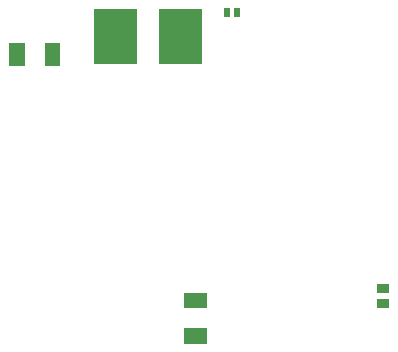
<source format=gtp>
G04 start of page 10 for group -4015 idx -4015 *
G04 Title: (unknown), toppaste *
G04 Creator: pcb 1.99z *
G04 CreationDate: Thu Dec 10 02:53:57 2015 UTC *
G04 For: commonadmin *
G04 Format: Gerber/RS-274X *
G04 PCB-Dimensions (mil): 1410.00 1650.00 *
G04 PCB-Coordinate-Origin: lower left *
%MOIN*%
%FSLAX25Y25*%
%LNTOPPASTE*%
%ADD88R,0.0295X0.0295*%
%ADD87R,0.0197X0.0197*%
%ADD86R,0.1450X0.1450*%
%ADD85R,0.0512X0.0512*%
G54D85*X21810Y117181D02*Y114819D01*
X10000Y117181D02*Y114819D01*
G54D86*X42700Y124000D02*Y120000D01*
X64500Y124000D02*Y120000D01*
G54D85*X68319Y34000D02*X70681D01*
X68319Y22190D02*X70681D01*
G54D87*X80000Y130393D02*Y129607D01*
X83148Y130393D02*Y129607D01*
G54D88*X131508Y38000D02*X132492D01*
X131508Y32882D02*X132492D01*
M02*

</source>
